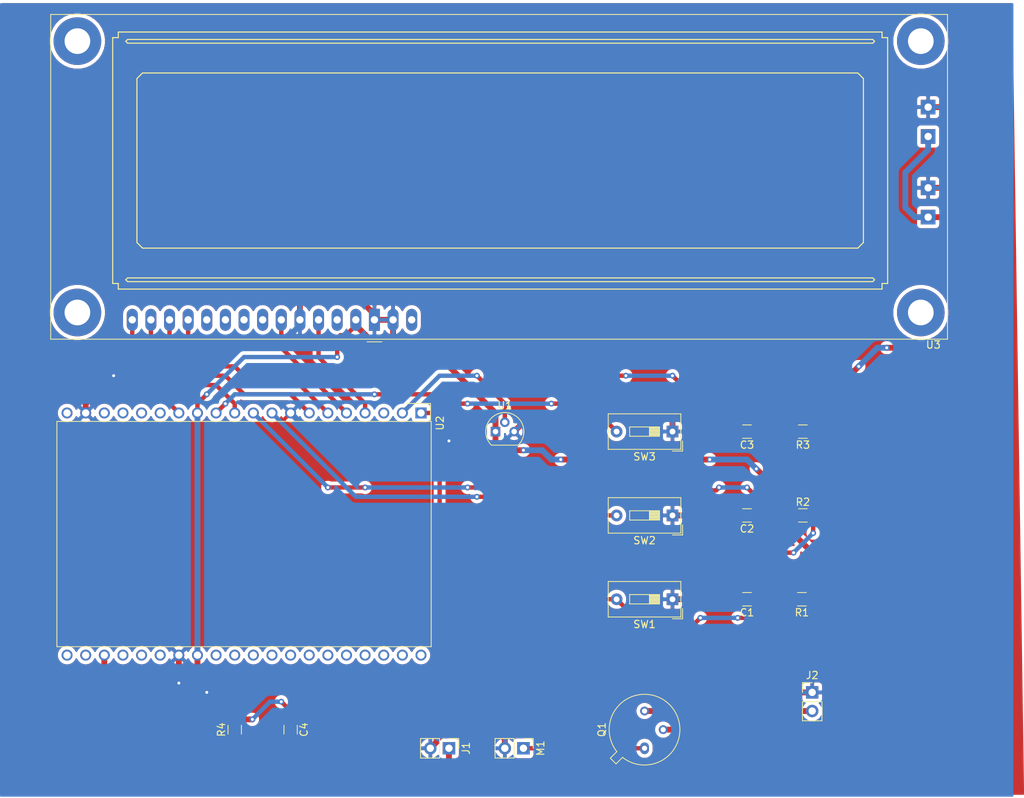
<source format=kicad_pcb>
(kicad_pcb (version 20171130) (host pcbnew "(5.1.10)-1")
  (layers (0 F.Cu signal) (31 B.Cu signal) (34 B.Paste user) (35 F.Paste user) (36 B.SilkS user) (37 F.SilkS user) (38 B.Mask user) (39 F.Mask user) (44 Edge.Cuts user))
  (net 0 "")
  (net 1 +12V)
  (net 2 "Net-(Q1-Pad2)")
  (net 3 "Net-(M1-Pad1)")
  (net 4 +5V)
  (net 5 "Net-(U3-Pad16)")
  (net 6 "Net-(U3-Pad3)")
  (net 7 "Net-(U2-Pad4)")
  (net 8 "Net-(U2-Pad5)")
  (net 9 "Net-(U3-Pad7)")
  (net 10 "Net-(U3-Pad8)")
  (net 11 "Net-(U3-Pad9)")
  (net 12 "Net-(U3-Pad10)")
  (net 13 "Net-(U2-Pad6)")
  (net 14 "Net-(U2-Pad7)")
  (net 15 "Net-(U2-Pad11)")
  (net 16 "Net-(U2-Pad14)")
  (net 17 "Net-(C4-Pad1)")
  (net 18 "Net-(U2-Pad26)")
  (net 19 "Net-(U2-Pad25)")
  (net 20 "Net-(U2-Pad24)")
  (net 21 "Net-(U2-Pad22)")
  (net 22 "Net-(U2-Pad21)")
  (net 23 "Net-(U2-Pad20)")
  (net 24 "Net-(U2-Pad18)")
  (net 25 "Net-(U2-Pad17)")
  (net 26 "Net-(U2-Pad16)")
  (net 27 "Net-(U2-Pad15)")
  (net 28 "Net-(C3-Pad1)")
  (net 29 "Net-(C2-Pad1)")
  (net 30 "Net-(C1-Pad1)")
  (net 31 "Net-(U2-Pad3)")
  (net 32 "Net-(U1-Pad2)")
  (net 33 GND)
  (module Display_7Segment:DE113-XX-XX (layer F.Cu) (at 76.2 68.58 270)
    (fp_text reference U2 (at 1.38 -2.59 90) (layer F.SilkS))
    (fp_text value DSPIC33FJ32MC202-E_SO)
    (fp_line (start -1.3 -1.3) (end 1 -1.3) (layer F.SilkS) (width 0.12))
    (fp_line (start -1.3 -1.3) (end -1.3 2) (layer F.SilkS) (width 0.12))
    (fp_line (start 1.15 -1.39) (end 31.87 -1.39) (layer F.SilkS) (width 0.12))
    (fp_line (start 31.87 -1.39) (end 31.87 49.65) (layer F.SilkS) (width 0.12))
    (fp_line (start 31.87 49.65) (end 1.15 49.65) (layer F.SilkS) (width 0.12))
    (fp_line (start 1.15 49.65) (end 1.15 -1.39) (layer F.SilkS) (width 0.12))
    (pad 40 thru_hole circle (at 33.02 0 270) (size 1.5 1.5) (drill 1) (layers *.Cu *.Mask))
    (pad 39 thru_hole circle (at 33.02 2.54 270) (size 1.5 1.5) (drill 1) (layers *.Cu *.Mask))
    (pad 38 thru_hole circle (at 33.02 5.08 270) (size 1.5 1.5) (drill 1) (layers *.Cu *.Mask))
    (pad 37 thru_hole circle (at 33.02 7.62 270) (size 1.5 1.5) (drill 1) (layers *.Cu *.Mask))
    (pad 36 thru_hole circle (at 33.02 10.16 270) (size 1.5 1.5) (drill 1) (layers *.Cu *.Mask))
    (pad 35 thru_hole circle (at 33.02 12.7 270) (size 1.5 1.5) (drill 1) (layers *.Cu *.Mask))
    (pad 34 thru_hole circle (at 33.02 15.24 270) (size 1.5 1.5) (drill 1) (layers *.Cu *.Mask))
    (pad 33 thru_hole circle (at 33.02 17.78 270) (size 1.5 1.5) (drill 1) (layers *.Cu *.Mask))
    (pad 32 thru_hole circle (at 33.02 20.32 270) (size 1.5 1.5) (drill 1) (layers *.Cu *.Mask))
    (pad 31 thru_hole circle (at 33.02 22.86 270) (size 1.5 1.5) (drill 1) (layers *.Cu *.Mask))
    (pad 30 thru_hole circle (at 33.02 25.4 270) (size 1.5 1.5) (drill 1) (layers *.Cu *.Mask))
    (pad 29 thru_hole circle (at 33.02 27.94 270) (size 1.5 1.5) (drill 1) (layers *.Cu *.Mask))
    (pad 28 thru_hole circle (at 33.02 30.48 270) (size 1.5 1.5) (drill 1) (layers *.Cu *.Mask) (net 4 +5V))
    (pad 27 thru_hole circle (at 33.02 33.02 270) (size 1.5 1.5) (drill 1) (layers *.Cu *.Mask) (net 33 GND))
    (pad 26 thru_hole circle (at 33.02 35.56 270) (size 1.5 1.5) (drill 1) (layers *.Cu *.Mask) (net 18 "Net-(U2-Pad26)"))
    (pad 25 thru_hole circle (at 33.02 38.1 270) (size 1.5 1.5) (drill 1) (layers *.Cu *.Mask) (net 19 "Net-(U2-Pad25)"))
    (pad 24 thru_hole circle (at 33.02 40.64 270) (size 1.5 1.5) (drill 1) (layers *.Cu *.Mask) (net 20 "Net-(U2-Pad24)"))
    (pad 23 thru_hole circle (at 33.02 43.18 270) (size 1.5 1.5) (drill 1) (layers *.Cu *.Mask) (net 2 "Net-(Q1-Pad2)"))
    (pad 22 thru_hole circle (at 33.02 45.72 270) (size 1.5 1.5) (drill 1) (layers *.Cu *.Mask) (net 21 "Net-(U2-Pad22)"))
    (pad 21 thru_hole circle (at 33.02 48.26 270) (size 1.5 1.5) (drill 1) (layers *.Cu *.Mask) (net 22 "Net-(U2-Pad21)"))
    (pad 20 thru_hole circle (at 0 48.26 270) (size 1.5 1.5) (drill 1) (layers *.Cu *.Mask) (net 23 "Net-(U2-Pad20)"))
    (pad 19 thru_hole circle (at 0 45.72 270) (size 1.5 1.5) (drill 1) (layers *.Cu *.Mask) (net 33 GND))
    (pad 18 thru_hole circle (at 0 43.18 270) (size 1.5 1.5) (drill 1) (layers *.Cu *.Mask) (net 24 "Net-(U2-Pad18)"))
    (pad 17 thru_hole circle (at 0 40.64 270) (size 1.5 1.5) (drill 1) (layers *.Cu *.Mask) (net 25 "Net-(U2-Pad17)"))
    (pad 16 thru_hole circle (at 0 38.1 270) (size 1.5 1.5) (drill 1) (layers *.Cu *.Mask) (net 26 "Net-(U2-Pad16)"))
    (pad 15 thru_hole circle (at 0 35.56 270) (size 1.5 1.5) (drill 1) (layers *.Cu *.Mask) (net 27 "Net-(U2-Pad15)"))
    (pad 14 thru_hole circle (at 0 33.02 270) (size 1.5 1.5) (drill 1) (layers *.Cu *.Mask) (net 16 "Net-(U2-Pad14)"))
    (pad 13 thru_hole circle (at 0 30.48 270) (size 1.5 1.5) (drill 1) (layers *.Cu *.Mask) (net 4 +5V))
    (pad 12 thru_hole circle (at 0 27.94 270) (size 1.5 1.5) (drill 1) (layers *.Cu *.Mask) (net 28 "Net-(C3-Pad1)"))
    (pad 11 thru_hole circle (at 0 25.4 270) (size 1.5 1.5) (drill 1) (layers *.Cu *.Mask) (net 15 "Net-(U2-Pad11)"))
    (pad 10 thru_hole circle (at 0 22.86 270) (size 1.5 1.5) (drill 1) (layers *.Cu *.Mask) (net 29 "Net-(C2-Pad1)"))
    (pad 9 thru_hole circle (at 0 20.32 270) (size 1.5 1.5) (drill 1) (layers *.Cu *.Mask) (net 30 "Net-(C1-Pad1)"))
    (pad 8 thru_hole circle (at 0 17.78 270) (size 1.5 1.5) (drill 1) (layers *.Cu *.Mask) (net 33 GND))
    (pad 7 thru_hole circle (at 0 15.24 270) (size 1.5 1.5) (drill 1) (layers *.Cu *.Mask) (net 14 "Net-(U2-Pad7)"))
    (pad 6 thru_hole circle (at 0 12.7 270) (size 1.5 1.5) (drill 1) (layers *.Cu *.Mask) (net 13 "Net-(U2-Pad6)"))
    (pad 5 thru_hole circle (at 0 10.16 270) (size 1.5 1.5) (drill 1) (layers *.Cu *.Mask) (net 8 "Net-(U2-Pad5)"))
    (pad 4 thru_hole circle (at 0 7.62 270) (size 1.5 1.5) (drill 1) (layers *.Cu *.Mask) (net 7 "Net-(U2-Pad4)"))
    (pad 3 thru_hole circle (at 0 5.08 270) (size 1.5 1.5) (drill 1) (layers *.Cu *.Mask) (net 31 "Net-(U2-Pad3)"))
    (pad 2 thru_hole circle (at 0 2.54 270) (size 1.5 1.5) (drill 1) (layers *.Cu *.Mask) (net 32 "Net-(U1-Pad2)"))
    (pad 1 thru_hole rect (at 0 0 270) (size 1.5 1.524) (drill 1) (layers *.Cu *.Mask) (net 17 "Net-(C4-Pad1)"))
  )
  (module Connector_PinHeader_2.54mm:PinHeader_1x02_P2.54mm_Vertical (layer F.Cu) (at 80.01 114.3 270)
    (fp_text reference J1 (at 0 -2.33 90) (layer F.SilkS))
    (fp_text value Conn_01x02_Male)
    (fp_line (start -1.33 3.87) (end 1.33 3.87) (layer F.SilkS) (width 0.12))
    (fp_line (start -1.33 1.27) (end -1.33 3.87) (layer F.SilkS) (width 0.12))
    (fp_line (start 1.33 1.27) (end 1.33 3.87) (layer F.SilkS) (width 0.12))
    (fp_line (start -1.33 1.27) (end 1.33 1.27) (layer F.SilkS) (width 0.12))
    (fp_line (start -1.33 0) (end -1.33 -1.33) (layer F.SilkS) (width 0.12))
    (fp_line (start -1.33 -1.33) (end 0 -1.33) (layer F.SilkS) (width 0.12))
    (pad 2 thru_hole oval (at 0 2.54 270) (size 1.7 1.7) (drill 1) (layers *.Cu *.Mask) (net 33 GND))
    (pad 1 thru_hole rect (at 0 0 270) (size 1.7 1.7) (drill 1) (layers *.Cu *.Mask) (net 4 +5V))
  )
  (module Connector_PinHeader_2.54mm:PinHeader_1x02_P2.54mm_Vertical (layer F.Cu) (at 90.17 114.3 270)
    (fp_text reference M1 (at 0 -2.33 90) (layer F.SilkS))
    (fp_text value Motor_DC)
    (fp_line (start -1.33 3.87) (end 1.33 3.87) (layer F.SilkS) (width 0.12))
    (fp_line (start -1.33 1.27) (end -1.33 3.87) (layer F.SilkS) (width 0.12))
    (fp_line (start 1.33 1.27) (end 1.33 3.87) (layer F.SilkS) (width 0.12))
    (fp_line (start -1.33 1.27) (end 1.33 1.27) (layer F.SilkS) (width 0.12))
    (fp_line (start -1.33 0) (end -1.33 -1.33) (layer F.SilkS) (width 0.12))
    (fp_line (start -1.33 -1.33) (end 0 -1.33) (layer F.SilkS) (width 0.12))
    (pad 2 thru_hole oval (at 0 2.54 270) (size 1.7 1.7) (drill 1) (layers *.Cu *.Mask) (net 33 GND))
    (pad 1 thru_hole rect (at 0 0 270) (size 1.7 1.7) (drill 1) (layers *.Cu *.Mask) (net 3 "Net-(M1-Pad1)"))
  )
  (module Package_TO_SOT_THT:TO-39-3 (layer F.Cu) (at 106.68 114.3 90)
    (fp_text reference Q1 (at 2.54 -5.82 90) (layer F.SilkS))
    (fp_text value 2N2219)
    (fp_line (start -0.457084 -3.774902) (end -1.348039 -4.665856) (layer F.SilkS) (width 0.12))
    (fp_line (start -1.348039 -4.665856) (end -2.125856 -3.888039) (layer F.SilkS) (width 0.12))
    (fp_line (start -2.125856 -3.888039) (end -1.234902 -2.997084) (layer F.SilkS) (width 0.12))
    (fp_arc (start 2.54 0) (end -0.457084 -3.774902) (angle 346.9) (layer F.SilkS) (width 0.12))
    (pad 3 thru_hole oval (at 5.08 0 90) (size 1.2 1.2) (drill 0.7) (layers *.Cu *.Mask) (net 1 +12V))
    (pad 2 thru_hole oval (at 2.54 2.54 90) (size 1.2 1.2) (drill 0.7) (layers *.Cu *.Mask) (net 2 "Net-(Q1-Pad2)"))
    (pad 1 thru_hole oval (at 0 0 90) (size 1.6 1.2) (drill 0.7) (layers *.Cu *.Mask) (net 3 "Net-(M1-Pad1)"))
  )
  (module Display:LCD-016N002L (layer F.Cu) (at 69.85 55.88 180)
    (fp_text reference U3 (at -76.21 -3.41 180) (layer F.SilkS))
    (fp_text value LCD-016N002L)
    (fp_line (start -78.14 41.64) (end 44.14 41.64) (layer F.SilkS) (width 0.12))
    (fp_line (start 44.14 -2.64) (end 44.14 41.64) (layer F.SilkS) (width 0.12))
    (fp_line (start -1 -3) (end 1 -3) (layer F.SilkS) (width 0.12))
    (fp_line (start 44.14 -2.64) (end -78.14 -2.64) (layer F.SilkS) (width 0.12))
    (fp_line (start -78.14 -2.64) (end -78.14 41.64) (layer F.SilkS) (width 0.12))
    (fp_line (start 33.655 5.207) (end -67.945 5.207) (layer F.SilkS) (width 0.15))
    (fp_line (start -67.945 5.207) (end -68.199 5.461) (layer F.SilkS) (width 0.15))
    (fp_line (start -68.199 5.461) (end -67.945 5.715) (layer F.SilkS) (width 0.15))
    (fp_line (start -67.945 5.715) (end 33.655 5.715) (layer F.SilkS) (width 0.15))
    (fp_line (start 33.655 5.207) (end 33.909 5.461) (layer F.SilkS) (width 0.15))
    (fp_line (start 33.909 5.461) (end 33.655 5.715) (layer F.SilkS) (width 0.15))
    (fp_line (start 33.655 38.227) (end 33.909 37.973) (layer F.SilkS) (width 0.15))
    (fp_line (start 33.909 37.973) (end 33.655 37.719) (layer F.SilkS) (width 0.15))
    (fp_line (start 33.655 37.719) (end -67.945 37.719) (layer F.SilkS) (width 0.15))
    (fp_line (start -67.945 37.719) (end -68.199 37.973) (layer F.SilkS) (width 0.15))
    (fp_line (start -68.199 37.973) (end -67.945 38.227) (layer F.SilkS) (width 0.15))
    (fp_line (start -67.945 38.227) (end 33.655 38.227) (layer F.SilkS) (width 0.15))
    (fp_line (start 32.385 10.541) (end 32.385 32.893) (layer F.SilkS) (width 0.15))
    (fp_line (start -65.913 9.779) (end 31.623 9.779) (layer F.SilkS) (width 0.15))
    (fp_line (start -66.675 32.893) (end -66.675 10.541) (layer F.SilkS) (width 0.15))
    (fp_line (start 31.623 33.655) (end -65.913 33.655) (layer F.SilkS) (width 0.15))
    (fp_line (start 31.623 9.779) (end 32.385 10.541) (layer F.SilkS) (width 0.15))
    (fp_line (start -66.675 10.541) (end -65.913 9.779) (layer F.SilkS) (width 0.15))
    (fp_line (start -65.913 33.655) (end -66.675 32.893) (layer F.SilkS) (width 0.15))
    (fp_line (start 32.385 32.893) (end 31.623 33.655) (layer F.SilkS) (width 0.15))
    (fp_line (start -69.977 4.953) (end -69.977 38.481) (layer F.SilkS) (width 0.15))
    (fp_line (start 34.925 4.191) (end -69.215 4.191) (layer F.SilkS) (width 0.15))
    (fp_line (start 35.687 38.481) (end 35.687 4.953) (layer F.SilkS) (width 0.15))
    (fp_line (start -69.215 39.243) (end 34.925 39.243) (layer F.SilkS) (width 0.15))
    (fp_line (start 34.925 4.191) (end 34.925 4.953) (layer F.SilkS) (width 0.15))
    (fp_line (start 34.925 4.953) (end 35.687 4.953) (layer F.SilkS) (width 0.15))
    (fp_line (start -69.215 4.191) (end -69.215 4.953) (layer F.SilkS) (width 0.15))
    (fp_line (start -69.215 4.953) (end -69.977 4.953) (layer F.SilkS) (width 0.15))
    (fp_line (start -69.215 39.243) (end -69.215 38.481) (layer F.SilkS) (width 0.15))
    (fp_line (start -69.215 38.481) (end -69.977 38.481) (layer F.SilkS) (width 0.15))
    (fp_line (start 35.687 38.481) (end 34.925 38.481) (layer F.SilkS) (width 0.15))
    (fp_line (start 34.925 38.481) (end 34.925 39.243) (layer F.SilkS) (width 0.15))
    (pad K2 thru_hole rect (at -75.5 29) (size 2 2) (drill 1) (layers *.Cu *.Mask) (net 33 GND))
    (pad A2 thru_hole rect (at -75.5 25) (size 2 2) (drill 1) (layers *.Cu *.Mask) (net 4 +5V))
    (pad K1 thru_hole rect (at -75.5 18) (size 2 2) (drill 1) (layers *.Cu *.Mask) (net 33 GND))
    (pad A1 thru_hole rect (at -75.5 14) (size 2 2) (drill 1) (layers *.Cu *.Mask) (net 4 +5V))
    (pad "" thru_hole circle (at 40.5 38) (size 6.5 6.5) (drill 3.5) (layers *.Cu *.Mask))
    (pad "" thru_hole circle (at 40.5 1) (size 6.5 6.5) (drill 3.5) (layers *.Cu *.Mask))
    (pad "" thru_hole circle (at -74.5 38) (size 6.5 6.5) (drill 3.5) (layers *.Cu *.Mask))
    (pad "" thru_hole circle (at -74.5 1) (size 6.5 6.5) (drill 3.5) (layers *.Cu *.Mask))
    (pad 16 thru_hole oval (at -5.08 0) (size 1.5 3) (drill 1) (layers *.Cu *.Mask) (net 5 "Net-(U3-Pad16)"))
    (pad 15 thru_hole oval (at -2.54 0) (size 1.5 3) (drill 1) (layers *.Cu *.Mask) (net 33 GND))
    (pad 1 thru_hole rect (at 0 0) (size 1.5 3) (drill 1) (layers *.Cu *.Mask) (net 33 GND))
    (pad 2 thru_hole oval (at 2.54 0) (size 1.5 3) (drill 1) (layers *.Cu *.Mask) (net 4 +5V))
    (pad 3 thru_hole oval (at 5.08 0) (size 1.5 3) (drill 1) (layers *.Cu *.Mask) (net 6 "Net-(U3-Pad3)"))
    (pad 4 thru_hole oval (at 7.62 0) (size 1.5 3) (drill 1) (layers *.Cu *.Mask) (net 7 "Net-(U2-Pad4)"))
    (pad 5 thru_hole oval (at 10.16 0) (size 1.5 3) (drill 1) (layers *.Cu *.Mask) (net 33 GND))
    (pad 6 thru_hole oval (at 12.7 0) (size 1.5 3) (drill 1) (layers *.Cu *.Mask) (net 8 "Net-(U2-Pad5)"))
    (pad 7 thru_hole oval (at 15.24 0) (size 1.5 3) (drill 1) (layers *.Cu *.Mask) (net 9 "Net-(U3-Pad7)"))
    (pad 8 thru_hole oval (at 17.78 0) (size 1.5 3) (drill 1) (layers *.Cu *.Mask) (net 10 "Net-(U3-Pad8)"))
    (pad 9 thru_hole oval (at 20.32 0) (size 1.5 3) (drill 1) (layers *.Cu *.Mask) (net 11 "Net-(U3-Pad9)"))
    (pad 10 thru_hole oval (at 22.86 0) (size 1.5 3) (drill 1) (layers *.Cu *.Mask) (net 12 "Net-(U3-Pad10)"))
    (pad 11 thru_hole oval (at 25.4 0) (size 1.5 3) (drill 1) (layers *.Cu *.Mask) (net 13 "Net-(U2-Pad6)"))
    (pad 12 thru_hole oval (at 27.94 0) (size 1.5 3) (drill 1) (layers *.Cu *.Mask) (net 14 "Net-(U2-Pad7)"))
    (pad 13 thru_hole oval (at 30.48 0) (size 1.5 3) (drill 1) (layers *.Cu *.Mask) (net 15 "Net-(U2-Pad11)"))
    (pad 14 thru_hole oval (at 33.02 0) (size 1.5 3) (drill 1) (layers *.Cu *.Mask) (net 16 "Net-(U2-Pad14)"))
  )
  (module Button_Switch_THT:SW_DIP_SPSTx01_Slide_9.78x4.72mm_W7.62mm_P2.54mm (layer F.Cu) (at 110.49 71.12 180)
    (fp_text reference SW3 (at 3.81 -3.42) (layer F.SilkS))
    (fp_text value SW_DPST_x2)
    (fp_line (start -1.14 -2.42) (end 8.76 -2.42) (layer F.SilkS) (width 0.12))
    (fp_line (start -1.14 2.42) (end 8.76 2.42) (layer F.SilkS) (width 0.12))
    (fp_line (start -1.14 -2.42) (end -1.14 2.42) (layer F.SilkS) (width 0.12))
    (fp_line (start 8.76 -2.42) (end 8.76 2.42) (layer F.SilkS) (width 0.12))
    (fp_line (start -1.38 -2.66) (end 0.004 -2.66) (layer F.SilkS) (width 0.12))
    (fp_line (start -1.38 -2.66) (end -1.38 -1.277) (layer F.SilkS) (width 0.12))
    (fp_line (start 1.78 -0.635) (end 1.78 0.635) (layer F.SilkS) (width 0.12))
    (fp_line (start 1.78 0.635) (end 5.84 0.635) (layer F.SilkS) (width 0.12))
    (fp_line (start 5.84 0.635) (end 5.84 -0.635) (layer F.SilkS) (width 0.12))
    (fp_line (start 5.84 -0.635) (end 1.78 -0.635) (layer F.SilkS) (width 0.12))
    (fp_line (start 1.78 -0.515) (end 3.133333 -0.515) (layer F.SilkS) (width 0.12))
    (fp_line (start 1.78 -0.395) (end 3.133333 -0.395) (layer F.SilkS) (width 0.12))
    (fp_line (start 1.78 -0.275) (end 3.133333 -0.275) (layer F.SilkS) (width 0.12))
    (fp_line (start 1.78 -0.155) (end 3.133333 -0.155) (layer F.SilkS) (width 0.12))
    (fp_line (start 1.78 -0.035) (end 3.133333 -0.035) (layer F.SilkS) (width 0.12))
    (fp_line (start 1.78 0.085) (end 3.133333 0.085) (layer F.SilkS) (width 0.12))
    (fp_line (start 1.78 0.205) (end 3.133333 0.205) (layer F.SilkS) (width 0.12))
    (fp_line (start 1.78 0.325) (end 3.133333 0.325) (layer F.SilkS) (width 0.12))
    (fp_line (start 1.78 0.445) (end 3.133333 0.445) (layer F.SilkS) (width 0.12))
    (fp_line (start 1.78 0.565) (end 3.133333 0.565) (layer F.SilkS) (width 0.12))
    (fp_line (start 3.133333 -0.635) (end 3.133333 0.635) (layer F.SilkS) (width 0.12))
    (pad 2 thru_hole oval (at 7.62 0 180) (size 1.6 1.6) (drill 0.8) (layers *.Cu *.Mask) (net 28 "Net-(C3-Pad1)"))
    (pad 1 thru_hole rect (at 0 0 180) (size 1.6 1.6) (drill 0.8) (layers *.Cu *.Mask) (net 33 GND))
  )
  (module Button_Switch_THT:SW_DIP_SPSTx01_Slide_9.78x4.72mm_W7.62mm_P2.54mm (layer F.Cu) (at 110.49 82.55 180)
    (fp_text reference SW2 (at 3.81 -3.42) (layer F.SilkS))
    (fp_text value SW_DPST_x2)
    (fp_line (start -1.14 -2.42) (end 8.76 -2.42) (layer F.SilkS) (width 0.12))
    (fp_line (start -1.14 2.42) (end 8.76 2.42) (layer F.SilkS) (width 0.12))
    (fp_line (start -1.14 -2.42) (end -1.14 2.42) (layer F.SilkS) (width 0.12))
    (fp_line (start 8.76 -2.42) (end 8.76 2.42) (layer F.SilkS) (width 0.12))
    (fp_line (start -1.38 -2.66) (end 0.004 -2.66) (layer F.SilkS) (width 0.12))
    (fp_line (start -1.38 -2.66) (end -1.38 -1.277) (layer F.SilkS) (width 0.12))
    (fp_line (start 1.78 -0.635) (end 1.78 0.635) (layer F.SilkS) (width 0.12))
    (fp_line (start 1.78 0.635) (end 5.84 0.635) (layer F.SilkS) (width 0.12))
    (fp_line (start 5.84 0.635) (end 5.84 -0.635) (layer F.SilkS) (width 0.12))
    (fp_line (start 5.84 -0.635) (end 1.78 -0.635) (layer F.SilkS) (width 0.12))
    (fp_line (start 1.78 -0.515) (end 3.133333 -0.515) (layer F.SilkS) (width 0.12))
    (fp_line (start 1.78 -0.395) (end 3.133333 -0.395) (layer F.SilkS) (width 0.12))
    (fp_line (start 1.78 -0.275) (end 3.133333 -0.275) (layer F.SilkS) (width 0.12))
    (fp_line (start 1.78 -0.155) (end 3.133333 -0.155) (layer F.SilkS) (width 0.12))
    (fp_line (start 1.78 -0.035) (end 3.133333 -0.035) (layer F.SilkS) (width 0.12))
    (fp_line (start 1.78 0.085) (end 3.133333 0.085) (layer F.SilkS) (width 0.12))
    (fp_line (start 1.78 0.205) (end 3.133333 0.205) (layer F.SilkS) (width 0.12))
    (fp_line (start 1.78 0.325) (end 3.133333 0.325) (layer F.SilkS) (width 0.12))
    (fp_line (start 1.78 0.445) (end 3.133333 0.445) (layer F.SilkS) (width 0.12))
    (fp_line (start 1.78 0.565) (end 3.133333 0.565) (layer F.SilkS) (width 0.12))
    (fp_line (start 3.133333 -0.635) (end 3.133333 0.635) (layer F.SilkS) (width 0.12))
    (pad 2 thru_hole oval (at 7.62 0 180) (size 1.6 1.6) (drill 0.8) (layers *.Cu *.Mask) (net 29 "Net-(C2-Pad1)"))
    (pad 1 thru_hole rect (at 0 0 180) (size 1.6 1.6) (drill 0.8) (layers *.Cu *.Mask) (net 33 GND))
  )
  (module Button_Switch_THT:SW_DIP_SPSTx01_Slide_9.78x4.72mm_W7.62mm_P2.54mm (layer F.Cu) (at 110.49 93.98 180)
    (fp_text reference SW1 (at 3.81 -3.42) (layer F.SilkS))
    (fp_text value SW_DPST_x2)
    (fp_line (start -1.14 -2.42) (end 8.76 -2.42) (layer F.SilkS) (width 0.12))
    (fp_line (start -1.14 2.42) (end 8.76 2.42) (layer F.SilkS) (width 0.12))
    (fp_line (start -1.14 -2.42) (end -1.14 2.42) (layer F.SilkS) (width 0.12))
    (fp_line (start 8.76 -2.42) (end 8.76 2.42) (layer F.SilkS) (width 0.12))
    (fp_line (start -1.38 -2.66) (end 0.004 -2.66) (layer F.SilkS) (width 0.12))
    (fp_line (start -1.38 -2.66) (end -1.38 -1.277) (layer F.SilkS) (width 0.12))
    (fp_line (start 1.78 -0.635) (end 1.78 0.635) (layer F.SilkS) (width 0.12))
    (fp_line (start 1.78 0.635) (end 5.84 0.635) (layer F.SilkS) (width 0.12))
    (fp_line (start 5.84 0.635) (end 5.84 -0.635) (layer F.SilkS) (width 0.12))
    (fp_line (start 5.84 -0.635) (end 1.78 -0.635) (layer F.SilkS) (width 0.12))
    (fp_line (start 1.78 -0.515) (end 3.133333 -0.515) (layer F.SilkS) (width 0.12))
    (fp_line (start 1.78 -0.395) (end 3.133333 -0.395) (layer F.SilkS) (width 0.12))
    (fp_line (start 1.78 -0.275) (end 3.133333 -0.275) (layer F.SilkS) (width 0.12))
    (fp_line (start 1.78 -0.155) (end 3.133333 -0.155) (layer F.SilkS) (width 0.12))
    (fp_line (start 1.78 -0.035) (end 3.133333 -0.035) (layer F.SilkS) (width 0.12))
    (fp_line (start 1.78 0.085) (end 3.133333 0.085) (layer F.SilkS) (width 0.12))
    (fp_line (start 1.78 0.205) (end 3.133333 0.205) (layer F.SilkS) (width 0.12))
    (fp_line (start 1.78 0.325) (end 3.133333 0.325) (layer F.SilkS) (width 0.12))
    (fp_line (start 1.78 0.445) (end 3.133333 0.445) (layer F.SilkS) (width 0.12))
    (fp_line (start 1.78 0.565) (end 3.133333 0.565) (layer F.SilkS) (width 0.12))
    (fp_line (start 3.133333 -0.635) (end 3.133333 0.635) (layer F.SilkS) (width 0.12))
    (pad 2 thru_hole oval (at 7.62 0 180) (size 1.6 1.6) (drill 0.8) (layers *.Cu *.Mask) (net 30 "Net-(C1-Pad1)"))
    (pad 1 thru_hole rect (at 0 0 180) (size 1.6 1.6) (drill 0.8) (layers *.Cu *.Mask) (net 33 GND))
  )
  (module Package_TO_SOT_THT:TO-92 (layer F.Cu) (at 86.36 71.12)
    (fp_text reference U1 (at 1.27 -3.56) (layer F.SilkS))
    (fp_text value LM35-LP)
    (fp_line (start -0.53 1.85) (end 3.07 1.85) (layer F.SilkS) (width 0.12))
    (fp_arc (start 1.27 0) (end 1.27 -2.6) (angle 135) (layer F.SilkS) (width 0.12))
    (fp_arc (start 1.27 0) (end 1.27 -2.6) (angle -135) (layer F.SilkS) (width 0.12))
    (pad 1 thru_hole rect (at 0 0 90) (size 1.3 1.3) (drill 0.75) (layers *.Cu *.Mask) (net 4 +5V))
    (pad 3 thru_hole circle (at 2.54 0 90) (size 1.3 1.3) (drill 0.75) (layers *.Cu *.Mask) (net 33 GND))
    (pad 2 thru_hole circle (at 1.27 -1.27 90) (size 1.3 1.3) (drill 0.75) (layers *.Cu *.Mask) (net 32 "Net-(U1-Pad2)"))
  )
  (module Resistor_SMD:R_1206_3216Metric (layer F.Cu) (at 50.8 111.76 90)
    (fp_text reference R4 (at 0 -1.82 90) (layer F.SilkS))
    (fp_text value 10k)
    (fp_line (start -0.602064 -0.91) (end 0.602064 -0.91) (layer F.SilkS) (width 0.12))
    (fp_line (start -0.602064 0.91) (end 0.602064 0.91) (layer F.SilkS) (width 0.12))
    (pad 2 smd roundrect (at 1.4 0 90) (size 1.25 1.75) (layers F.Cu F.Paste F.Mask) (roundrect_rratio 0.2) (net 17 "Net-(C4-Pad1)"))
    (pad 1 smd roundrect (at -1.4 0 90) (size 1.25 1.75) (layers F.Cu F.Paste F.Mask) (roundrect_rratio 0.2) (net 4 +5V))
  )
  (module Resistor_SMD:R_1206_3216Metric (layer F.Cu) (at 128.27 71.12 180)
    (fp_text reference R3 (at 0 -1.82) (layer F.SilkS))
    (fp_text value 1k)
    (fp_line (start -0.602064 -0.91) (end 0.602064 -0.91) (layer F.SilkS) (width 0.12))
    (fp_line (start -0.602064 0.91) (end 0.602064 0.91) (layer F.SilkS) (width 0.12))
    (pad 2 smd roundrect (at 1.4 0 180) (size 1.25 1.75) (layers F.Cu F.Paste F.Mask) (roundrect_rratio 0.2) (net 28 "Net-(C3-Pad1)"))
    (pad 1 smd roundrect (at -1.4 0 180) (size 1.25 1.75) (layers F.Cu F.Paste F.Mask) (roundrect_rratio 0.2) (net 4 +5V))
  )
  (module Resistor_SMD:R_1206_3216Metric (layer F.Cu) (at 128.27 82.55)
    (fp_text reference R2 (at 0 -1.82) (layer F.SilkS))
    (fp_text value 1k)
    (fp_line (start -0.602064 -0.91) (end 0.602064 -0.91) (layer F.SilkS) (width 0.12))
    (fp_line (start -0.602064 0.91) (end 0.602064 0.91) (layer F.SilkS) (width 0.12))
    (pad 2 smd roundrect (at 1.4 0) (size 1.25 1.75) (layers F.Cu F.Paste F.Mask) (roundrect_rratio 0.2) (net 29 "Net-(C2-Pad1)"))
    (pad 1 smd roundrect (at -1.4 0) (size 1.25 1.75) (layers F.Cu F.Paste F.Mask) (roundrect_rratio 0.2) (net 4 +5V))
  )
  (module Resistor_SMD:R_1206_3216Metric (layer F.Cu) (at 128.14 93.98 180)
    (fp_text reference R1 (at 0 -1.82) (layer F.SilkS))
    (fp_text value 1k)
    (fp_line (start -0.602064 -0.91) (end 0.602064 -0.91) (layer F.SilkS) (width 0.12))
    (fp_line (start -0.602064 0.91) (end 0.602064 0.91) (layer F.SilkS) (width 0.12))
    (pad 2 smd roundrect (at 1.4 0 180) (size 1.25 1.75) (layers F.Cu F.Paste F.Mask) (roundrect_rratio 0.2) (net 30 "Net-(C1-Pad1)"))
    (pad 1 smd roundrect (at -1.4 0 180) (size 1.25 1.75) (layers F.Cu F.Paste F.Mask) (roundrect_rratio 0.2) (net 4 +5V))
  )
  (module Capacitor_SMD:C_1206_3216Metric (layer F.Cu) (at 58.42 111.76 270)
    (fp_text reference C4 (at 0 -1.82 90) (layer F.SilkS))
    (fp_text value 0.1uF)
    (fp_line (start -0.602064 -0.91) (end 0.602064 -0.91) (layer F.SilkS) (width 0.12))
    (fp_line (start -0.602064 0.91) (end 0.602064 0.91) (layer F.SilkS) (width 0.12))
    (pad 2 smd roundrect (at 1.4 0 270) (size 1.25 1.75) (layers F.Cu F.Paste F.Mask) (roundrect_rratio 0.2) (net 33 GND))
    (pad 1 smd roundrect (at -1.4 0 270) (size 1.25 1.75) (layers F.Cu F.Paste F.Mask) (roundrect_rratio 0.2) (net 17 "Net-(C4-Pad1)"))
  )
  (module Capacitor_SMD:C_1206_3216Metric (layer F.Cu) (at 120.65 71.12 180)
    (fp_text reference C3 (at 0 -1.82) (layer F.SilkS))
    (fp_text value 1nF)
    (fp_line (start -0.602064 -0.91) (end 0.602064 -0.91) (layer F.SilkS) (width 0.12))
    (fp_line (start -0.602064 0.91) (end 0.602064 0.91) (layer F.SilkS) (width 0.12))
    (pad 2 smd roundrect (at 1.4 0 180) (size 1.25 1.75) (layers F.Cu F.Paste F.Mask) (roundrect_rratio 0.2) (net 33 GND))
    (pad 1 smd roundrect (at -1.4 0 180) (size 1.25 1.75) (layers F.Cu F.Paste F.Mask) (roundrect_rratio 0.2) (net 28 "Net-(C3-Pad1)"))
  )
  (module Capacitor_SMD:C_1206_3216Metric (layer F.Cu) (at 120.65 82.55 180)
    (fp_text reference C2 (at 0 -1.82) (layer F.SilkS))
    (fp_text value 1nF)
    (fp_line (start -0.602064 -0.91) (end 0.602064 -0.91) (layer F.SilkS) (width 0.12))
    (fp_line (start -0.602064 0.91) (end 0.602064 0.91) (layer F.SilkS) (width 0.12))
    (pad 2 smd roundrect (at 1.4 0 180) (size 1.25 1.75) (layers F.Cu F.Paste F.Mask) (roundrect_rratio 0.2) (net 33 GND))
    (pad 1 smd roundrect (at -1.4 0 180) (size 1.25 1.75) (layers F.Cu F.Paste F.Mask) (roundrect_rratio 0.2) (net 29 "Net-(C2-Pad1)"))
  )
  (module Capacitor_SMD:C_1206_3216Metric (layer F.Cu) (at 120.65 93.98 180)
    (fp_text reference C1 (at 0 -1.82) (layer F.SilkS))
    (fp_text value 1nF)
    (fp_line (start -0.602064 -0.91) (end 0.602064 -0.91) (layer F.SilkS) (width 0.12))
    (fp_line (start -0.602064 0.91) (end 0.602064 0.91) (layer F.SilkS) (width 0.12))
    (pad 2 smd roundrect (at 1.4 0 180) (size 1.25 1.75) (layers F.Cu F.Paste F.Mask) (roundrect_rratio 0.2) (net 33 GND))
    (pad 1 smd roundrect (at -1.4 0 180) (size 1.25 1.75) (layers F.Cu F.Paste F.Mask) (roundrect_rratio 0.2) (net 30 "Net-(C1-Pad1)"))
  )
  (module Connector_PinHeader_2.54mm:PinHeader_1x02_P2.54mm_Vertical (layer F.Cu) (at 129.54 106.68)
    (fp_text reference J2 (at 0 -2.33) (layer F.SilkS))
    (fp_text value Conn_01x02_Male)
    (fp_line (start -1.33 -1.33) (end 0 -1.33) (layer F.SilkS) (width 0.12))
    (fp_line (start -1.33 0) (end -1.33 -1.33) (layer F.SilkS) (width 0.12))
    (fp_line (start -1.33 1.27) (end 1.33 1.27) (layer F.SilkS) (width 0.12))
    (fp_line (start 1.33 1.27) (end 1.33 3.87) (layer F.SilkS) (width 0.12))
    (fp_line (start -1.33 1.27) (end -1.33 3.87) (layer F.SilkS) (width 0.12))
    (fp_line (start -1.33 3.87) (end 1.33 3.87) (layer F.SilkS) (width 0.12))
    (pad 1 thru_hole rect (at 0 0) (size 1.7 1.7) (drill 1) (layers *.Cu *.Mask) (net 33 GND))
    (pad 2 thru_hole oval (at 0 2.54) (size 1.7 1.7) (drill 1) (layers *.Cu *.Mask) (net 1 +12V))
  )
  (gr_text RESET (at 106.68 88.9) (layer F.Cu) (effects (font (size 1.5 1.5) (thickness 0.3))))
  (gr_text MAX (at 106.68 77.47) (layer F.Cu) (effects (font (size 1.5 1.5) (thickness 0.3))))
  (gr_text MIN (at 106.68 66.04) (layer F.Cu) (effects (font (size 1.5 1.5) (thickness 0.3))))
  (segment (start 106.68 109.22) (end 129.54 109.22) (width 0.8) (layer F.Cu) (net 1))
  (segment (start 33.02 113.03) (end 33.02 101.6) (width 0.8) (layer F.Cu) (net 2))
  (segment (start 111.76 111.76) (end 113.03 113.03) (width 0.8) (layer F.Cu) (net 2))
  (segment (start 109.22 111.76) (end 111.76 111.76) (width 0.8) (layer F.Cu) (net 2))
  (segment (start 113.03 113.03) (end 113.03 115.57) (width 0.8) (layer F.Cu) (net 2))
  (segment (start 113.03 115.57) (end 110.49 118.11) (width 0.8) (layer F.Cu) (net 2))
  (segment (start 110.49 118.11) (end 38.1 118.11) (width 0.8) (layer F.Cu) (net 2))
  (segment (start 38.1 118.11) (end 33.02 113.03) (width 0.8) (layer F.Cu) (net 2))
  (segment (start 106.68 114.3) (end 106.68 114.1) (width 0.8) (layer F.Cu) (net 3))
  (segment (start 90.17 114.3) (end 106.68 114.3) (width 0.6) (layer F.Cu) (net 3))
  (segment (start 86.36 68.58) (end 86.36 71.12) (width 0.8) (layer F.Cu) (net 4))
  (segment (start 80.01 62.23) (end 86.36 68.58) (width 0.8) (layer F.Cu) (net 4))
  (segment (start 72.91 62.23) (end 80.01 62.23) (width 0.8) (layer F.Cu) (net 4))
  (segment (start 67.31 56.63) (end 72.91 62.23) (width 0.8) (layer F.Cu) (net 4))
  (segment (start 45.72 68.58) (end 45.72 67.31) (width 0.6) (layer F.Cu) (net 4))
  (via (at 46.99 66.04) (size 0.8) (drill 0.4) (layers F.Cu B.Cu) (net 4))
  (segment (start 45.72 67.31) (end 46.99 66.04) (width 0.6) (layer F.Cu) (net 4))
  (segment (start 46.99 66.04) (end 52.07 60.96) (width 0.6) (layer B.Cu) (net 4))
  (via (at 64.77 60.96) (size 0.8) (drill 0.4) (layers F.Cu B.Cu) (net 4))
  (segment (start 52.07 60.96) (end 64.77 60.96) (width 0.6) (layer B.Cu) (net 4))
  (segment (start 67.31 56.63) (end 67.31 55.88) (width 0.6) (layer F.Cu) (net 4))
  (segment (start 65.96 57.98) (end 67.31 56.63) (width 0.6) (layer F.Cu) (net 4))
  (segment (start 65.21 57.98) (end 65.96 57.98) (width 0.6) (layer F.Cu) (net 4))
  (segment (start 64.77 58.42) (end 65.21 57.98) (width 0.6) (layer F.Cu) (net 4))
  (segment (start 64.77 60.96) (end 64.77 58.42) (width 0.6) (layer F.Cu) (net 4))
  (segment (start 126.87 84.96) (end 126.87 82.55) (width 0.8) (layer F.Cu) (net 4))
  (segment (start 129.54 93.98) (end 129.54 87.63) (width 0.8) (layer F.Cu) (net 4))
  (segment (start 129.54 87.63) (end 126.87 84.96) (width 0.8) (layer F.Cu) (net 4))
  (segment (start 126.87 82.55) (end 126.87 77.6) (width 0.8) (layer F.Cu) (net 4))
  (segment (start 129.67 74.8) (end 129.67 71.12) (width 0.8) (layer F.Cu) (net 4))
  (segment (start 129.67 71.12) (end 129.67 68.45) (width 0.8) (layer F.Cu) (net 4))
  (via (at 135.89 62.23) (size 0.8) (drill 0.4) (layers F.Cu B.Cu) (net 4))
  (segment (start 129.67 68.45) (end 135.89 62.23) (width 0.8) (layer F.Cu) (net 4))
  (segment (start 135.89 62.23) (end 138.43 59.69) (width 0.8) (layer B.Cu) (net 4))
  (via (at 139.7 59.69) (size 0.8) (drill 0.4) (layers F.Cu B.Cu) (net 4))
  (segment (start 138.43 59.69) (end 139.7 59.69) (width 0.8) (layer B.Cu) (net 4))
  (segment (start 139.7 59.69) (end 148.59 59.69) (width 0.8) (layer F.Cu) (net 4))
  (segment (start 148.59 59.69) (end 149.86 58.42) (width 0.8) (layer F.Cu) (net 4))
  (segment (start 149.86 58.42) (end 149.86 43.18) (width 0.8) (layer F.Cu) (net 4))
  (segment (start 148.56 41.88) (end 145.35 41.88) (width 0.8) (layer F.Cu) (net 4))
  (segment (start 149.86 43.18) (end 148.56 41.88) (width 0.8) (layer F.Cu) (net 4))
  (segment (start 143.55 41.88) (end 142.24 40.57) (width 0.8) (layer B.Cu) (net 4))
  (segment (start 145.35 41.88) (end 143.55 41.88) (width 0.8) (layer B.Cu) (net 4))
  (segment (start 145.35 32.68) (end 145.35 30.88) (width 0.8) (layer B.Cu) (net 4))
  (segment (start 142.24 35.79) (end 145.35 32.68) (width 0.8) (layer B.Cu) (net 4))
  (segment (start 142.24 40.57) (end 142.24 35.79) (width 0.8) (layer B.Cu) (net 4))
  (segment (start 50.8 113.16) (end 49.66 113.16) (width 0.8) (layer F.Cu) (net 4))
  (segment (start 45.72 109.22) (end 45.72 101.6) (width 0.8) (layer F.Cu) (net 4))
  (segment (start 49.66 113.16) (end 45.72 109.22) (width 0.8) (layer F.Cu) (net 4))
  (segment (start 45.72 68.58) (end 45.72 101.6) (width 0.8) (layer B.Cu) (net 4))
  (segment (start 86.36 72.57) (end 87.45 73.66) (width 0.8) (layer F.Cu) (net 4))
  (segment (start 86.36 71.12) (end 86.36 72.57) (width 0.8) (layer F.Cu) (net 4))
  (via (at 90.17 73.66) (size 0.8) (drill 0.4) (layers F.Cu B.Cu) (net 4))
  (segment (start 87.45 73.66) (end 90.17 73.66) (width 0.8) (layer F.Cu) (net 4))
  (segment (start 90.17 73.66) (end 92.71 73.66) (width 0.8) (layer B.Cu) (net 4))
  (via (at 95.25 74.93) (size 0.8) (drill 0.4) (layers F.Cu B.Cu) (net 4))
  (segment (start 92.71 73.66) (end 93.98 74.93) (width 0.8) (layer B.Cu) (net 4))
  (segment (start 93.98 74.93) (end 95.25 74.93) (width 0.8) (layer B.Cu) (net 4))
  (segment (start 95.25 74.93) (end 108.087668 74.93) (width 0.8) (layer F.Cu) (net 4))
  (via (at 115.57 74.93) (size 0.8) (drill 0.4) (layers F.Cu B.Cu) (net 4))
  (segment (start 108.087668 74.93) (end 115.57 74.93) (width 0.8) (layer F.Cu) (net 4))
  (segment (start 115.57 74.93) (end 120.65 74.93) (width 0.8) (layer B.Cu) (net 4))
  (via (at 121.92 76.2) (size 0.8) (drill 0.4) (layers F.Cu B.Cu) (net 4))
  (segment (start 120.65 74.93) (end 121.92 76.2) (width 0.8) (layer B.Cu) (net 4))
  (segment (start 123.19 77.47) (end 127 77.47) (width 0.8) (layer F.Cu) (net 4))
  (segment (start 121.92 76.2) (end 123.19 77.47) (width 0.8) (layer F.Cu) (net 4))
  (segment (start 126.87 77.6) (end 127 77.47) (width 0.8) (layer F.Cu) (net 4))
  (segment (start 127 77.47) (end 129.67 74.8) (width 0.8) (layer F.Cu) (net 4))
  (segment (start 80.01 115.95) (end 79.12 116.84) (width 0.8) (layer F.Cu) (net 4))
  (segment (start 80.01 114.3) (end 80.01 115.95) (width 0.8) (layer F.Cu) (net 4))
  (segment (start 54.48 116.84) (end 50.8 113.16) (width 0.8) (layer F.Cu) (net 4))
  (segment (start 79.12 116.84) (end 54.48 116.84) (width 0.8) (layer F.Cu) (net 4))
  (segment (start 68.58 68.58) (end 68.58 67.31) (width 0.6) (layer F.Cu) (net 7))
  (segment (start 62.23 60.96) (end 62.23 55.88) (width 0.6) (layer F.Cu) (net 7))
  (segment (start 68.58 67.31) (end 62.23 60.96) (width 0.6) (layer F.Cu) (net 7))
  (segment (start 57.15 59.69) (end 66.04 68.58) (width 0.6) (layer F.Cu) (net 8))
  (segment (start 57.15 55.88) (end 57.15 59.69) (width 0.6) (layer F.Cu) (net 8))
  (segment (start 44.45 55.88) (end 44.45 60.96) (width 0.6) (layer F.Cu) (net 13))
  (segment (start 44.45 60.96) (end 45.72 62.23) (width 0.6) (layer F.Cu) (net 13))
  (segment (start 45.72 62.23) (end 50.8 62.23) (width 0.6) (layer F.Cu) (net 13))
  (segment (start 50.8 62.23) (end 53.34 64.77) (width 0.6) (layer F.Cu) (net 13))
  (segment (start 59.69 64.77) (end 63.5 68.58) (width 0.6) (layer F.Cu) (net 13))
  (segment (start 53.34 64.77) (end 59.69 64.77) (width 0.6) (layer F.Cu) (net 13))
  (segment (start 41.91 55.88) (end 41.91 60.96) (width 0.6) (layer F.Cu) (net 14))
  (segment (start 41.91 60.96) (end 44.45 63.5) (width 0.6) (layer F.Cu) (net 14))
  (segment (start 44.45 63.5) (end 49.53 63.5) (width 0.6) (layer F.Cu) (net 14))
  (segment (start 49.53 63.5) (end 52.07 66.04) (width 0.6) (layer F.Cu) (net 14))
  (segment (start 58.42 66.04) (end 60.96 68.58) (width 0.6) (layer F.Cu) (net 14))
  (segment (start 52.07 66.04) (end 58.42 66.04) (width 0.6) (layer F.Cu) (net 14))
  (segment (start 39.37 55.88) (end 39.37 60.96) (width 0.6) (layer F.Cu) (net 15))
  (segment (start 39.37 60.96) (end 43.18 64.77) (width 0.6) (layer F.Cu) (net 15))
  (segment (start 43.18 64.77) (end 48.26 64.77) (width 0.6) (layer F.Cu) (net 15))
  (segment (start 48.26 64.77) (end 50.8 67.31) (width 0.6) (layer F.Cu) (net 15))
  (segment (start 50.8 67.31) (end 50.8 68.58) (width 0.6) (layer F.Cu) (net 15))
  (segment (start 36.83 55.88) (end 36.83 62.23) (width 0.6) (layer F.Cu) (net 16))
  (segment (start 36.83 62.23) (end 43.18 68.58) (width 0.6) (layer F.Cu) (net 16))
  (segment (start 50.8 110.36) (end 53.21 110.36) (width 0.8) (layer F.Cu) (net 17))
  (via (at 53.21 110.36) (size 0.8) (drill 0.4) (layers F.Cu B.Cu) (net 17))
  (segment (start 77.562 68.58) (end 78.832 69.85) (width 0.6) (layer F.Cu) (net 17))
  (segment (start 76.2 68.58) (end 77.562 68.58) (width 0.6) (layer F.Cu) (net 17))
  (segment (start 78.832 72.484806) (end 78.74 72.576806) (width 0.6) (layer F.Cu) (net 17))
  (segment (start 78.832 69.85) (end 78.832 72.484806) (width 0.6) (layer F.Cu) (net 17))
  (segment (start 78.74 72.576806) (end 78.74 104.14) (width 0.6) (layer F.Cu) (net 17))
  (segment (start 78.74 104.14) (end 72.39 110.49) (width 0.6) (layer F.Cu) (net 17))
  (segment (start 72.26 110.36) (end 58.42 110.36) (width 0.6) (layer F.Cu) (net 17))
  (segment (start 72.39 110.49) (end 72.26 110.36) (width 0.6) (layer F.Cu) (net 17))
  (segment (start 58.42 110.36) (end 58.42 109.22) (width 0.6) (layer F.Cu) (net 17))
  (via (at 57.15 107.95) (size 0.8) (drill 0.4) (layers F.Cu B.Cu) (net 17))
  (segment (start 58.42 109.22) (end 57.15 107.95) (width 0.6) (layer F.Cu) (net 17))
  (segment (start 55.62 107.95) (end 53.21 110.36) (width 0.6) (layer B.Cu) (net 17))
  (segment (start 57.15 107.95) (end 55.62 107.95) (width 0.6) (layer B.Cu) (net 17))
  (segment (start 122.062818 71.107182) (end 122.05 71.12) (width 0.8) (layer F.Cu) (net 28))
  (segment (start 126.87 71.12) (end 122.05 71.12) (width 0.6) (layer F.Cu) (net 28))
  (segment (start 116.97 66.04) (end 113.03 66.04) (width 0.6) (layer F.Cu) (net 28))
  (segment (start 122.05 71.12) (end 116.97 66.04) (width 0.6) (layer F.Cu) (net 28))
  (via (at 110.49 63.5) (size 0.8) (drill 0.4) (layers F.Cu B.Cu) (net 28))
  (segment (start 113.03 66.04) (end 110.49 63.5) (width 0.6) (layer F.Cu) (net 28))
  (segment (start 110.49 63.5) (end 104.14 63.5) (width 0.6) (layer B.Cu) (net 28))
  (via (at 104.14 63.5) (size 0.8) (drill 0.4) (layers F.Cu B.Cu) (net 28))
  (segment (start 104.14 63.5) (end 102.87 63.5) (width 0.6) (layer F.Cu) (net 28))
  (segment (start 102.87 63.5) (end 100.33 66.04) (width 0.6) (layer F.Cu) (net 28))
  (segment (start 100.33 68.58) (end 102.87 71.12) (width 0.6) (layer F.Cu) (net 28))
  (segment (start 100.33 66.04) (end 100.33 68.58) (width 0.6) (layer F.Cu) (net 28))
  (segment (start 77.47 66.04) (end 69.85 66.04) (width 0.6) (layer F.Cu) (net 28))
  (segment (start 78.74 67.31) (end 77.47 66.04) (width 0.6) (layer F.Cu) (net 28))
  (segment (start 82.55 67.31) (end 78.74 67.31) (width 0.6) (layer F.Cu) (net 28))
  (segment (start 93.98 67.31) (end 82.55 67.31) (width 0.6) (layer B.Cu) (net 28))
  (segment (start 97.79 67.31) (end 93.98 67.31) (width 0.6) (layer F.Cu) (net 28))
  (segment (start 99.06 68.58) (end 97.79 67.31) (width 0.6) (layer F.Cu) (net 28))
  (segment (start 100.33 68.58) (end 99.06 68.58) (width 0.6) (layer F.Cu) (net 28))
  (via (at 93.98 67.31) (size 0.8) (drill 0.4) (layers F.Cu B.Cu) (net 28))
  (via (at 82.55 67.31) (size 0.8) (drill 0.4) (layers F.Cu B.Cu) (net 28))
  (via (at 69.85 66.04) (size 0.8) (drill 0.4) (layers F.Cu B.Cu) (net 28))
  (segment (start 69.85 66.04) (end 50.8 66.04) (width 0.6) (layer B.Cu) (net 28))
  (via (at 49.528603 67.311397) (size 0.8) (drill 0.4) (layers F.Cu B.Cu) (net 28))
  (segment (start 50.8 66.04) (end 49.528603 67.311397) (width 0.6) (layer B.Cu) (net 28))
  (segment (start 49.528603 67.311397) (end 48.26 68.58) (width 0.6) (layer F.Cu) (net 28))
  (segment (start 129.67 82.55) (end 129.67 84.96) (width 0.6) (layer F.Cu) (net 29))
  (via (at 129.67 84.96) (size 0.8) (drill 0.4) (layers F.Cu B.Cu) (net 29))
  (segment (start 129.67 84.96) (end 127 87.63) (width 0.6) (layer B.Cu) (net 29))
  (via (at 127 87.63) (size 0.8) (drill 0.4) (layers F.Cu B.Cu) (net 29))
  (segment (start 122.05 83.95) (end 122.05 82.55) (width 0.6) (layer F.Cu) (net 29))
  (segment (start 127 87.63) (end 125.73 87.63) (width 0.6) (layer F.Cu) (net 29))
  (segment (start 125.73 87.63) (end 122.05 83.95) (width 0.6) (layer F.Cu) (net 29))
  (segment (start 122.05 82.55) (end 122.05 80.14) (width 0.6) (layer F.Cu) (net 29))
  (via (at 120.65 78.74) (size 0.8) (drill 0.4) (layers F.Cu B.Cu) (net 29))
  (segment (start 122.05 80.14) (end 120.65 78.74) (width 0.6) (layer F.Cu) (net 29))
  (segment (start 120.65 78.74) (end 116.84 78.74) (width 0.6) (layer B.Cu) (net 29))
  (via (at 116.84 78.74) (size 0.8) (drill 0.4) (layers F.Cu B.Cu) (net 29))
  (segment (start 116.440001 79.139999) (end 101.200001 79.139999) (width 0.6) (layer F.Cu) (net 29))
  (segment (start 116.84 78.74) (end 116.440001 79.139999) (width 0.6) (layer F.Cu) (net 29))
  (segment (start 101.200001 79.139999) (end 100.33 80.01) (width 0.6) (layer F.Cu) (net 29))
  (segment (start 100.33 80.01) (end 100.33 81.28) (width 0.6) (layer F.Cu) (net 29))
  (segment (start 100.33 81.28) (end 101.6 82.55) (width 0.6) (layer F.Cu) (net 29))
  (segment (start 101.6 82.55) (end 102.87 82.55) (width 0.6) (layer F.Cu) (net 29))
  (segment (start 100.33 81.28) (end 97.79 78.74) (width 0.6) (layer F.Cu) (net 29))
  (segment (start 97.79 78.74) (end 82.55 78.74) (width 0.6) (layer F.Cu) (net 29))
  (via (at 82.55 78.74) (size 0.8) (drill 0.4) (layers F.Cu B.Cu) (net 29))
  (segment (start 82.55 78.74) (end 76.2 78.74) (width 0.6) (layer B.Cu) (net 29))
  (segment (start 76.2 78.74) (end 68.58 78.74) (width 0.6) (layer B.Cu) (net 29))
  (via (at 68.58 78.74) (size 0.8) (drill 0.4) (layers F.Cu B.Cu) (net 29))
  (segment (start 68.58 78.74) (end 63.5 78.74) (width 0.6) (layer F.Cu) (net 29))
  (via (at 63.5 78.74) (size 0.8) (drill 0.4) (layers F.Cu B.Cu) (net 29))
  (segment (start 63.5 78.74) (end 53.34 68.58) (width 0.6) (layer B.Cu) (net 29))
  (segment (start 126.74 93.98) (end 122.05 93.98) (width 0.6) (layer F.Cu) (net 30))
  (segment (start 122.05 93.98) (end 122.05 95.12) (width 0.6) (layer F.Cu) (net 30))
  (segment (start 122.05 95.12) (end 120.65 96.52) (width 0.6) (layer F.Cu) (net 30))
  (via (at 119.38 96.52) (size 0.8) (drill 0.4) (layers F.Cu B.Cu) (net 30))
  (segment (start 120.65 96.52) (end 119.38 96.52) (width 0.6) (layer F.Cu) (net 30))
  (segment (start 119.38 96.52) (end 114.3 96.52) (width 0.6) (layer B.Cu) (net 30))
  (via (at 114.3 96.52) (size 0.8) (drill 0.4) (layers F.Cu B.Cu) (net 30))
  (segment (start 114.3 96.52) (end 113.03 97.79) (width 0.6) (layer F.Cu) (net 30))
  (segment (start 113.03 97.79) (end 105.41 97.79) (width 0.6) (layer F.Cu) (net 30))
  (segment (start 105.41 97.79) (end 104.14 96.52) (width 0.6) (layer F.Cu) (net 30))
  (segment (start 104.14 95.25) (end 102.87 93.98) (width 0.6) (layer F.Cu) (net 30))
  (segment (start 104.14 96.52) (end 104.14 95.25) (width 0.6) (layer F.Cu) (net 30))
  (segment (start 102.87 93.98) (end 100.33 93.98) (width 0.6) (layer F.Cu) (net 30))
  (segment (start 100.33 93.98) (end 86.36 80.01) (width 0.6) (layer F.Cu) (net 30))
  (via (at 83.82 80.01) (size 0.8) (drill 0.4) (layers F.Cu B.Cu) (net 30))
  (segment (start 86.36 80.01) (end 83.82 80.01) (width 0.6) (layer F.Cu) (net 30))
  (segment (start 67.31 80.01) (end 55.88 68.58) (width 0.6) (layer B.Cu) (net 30))
  (segment (start 83.82 80.01) (end 67.31 80.01) (width 0.6) (layer B.Cu) (net 30))
  (segment (start 87.63 69.85) (end 87.63 67.31) (width 0.6) (layer F.Cu) (net 32))
  (segment (start 87.63 67.31) (end 83.82 63.5) (width 0.6) (layer F.Cu) (net 32))
  (via (at 83.82 63.5) (size 0.8) (drill 0.4) (layers F.Cu B.Cu) (net 32))
  (segment (start 78.74 63.5) (end 73.66 68.58) (width 0.6) (layer B.Cu) (net 32))
  (segment (start 83.82 63.5) (end 78.74 63.5) (width 0.6) (layer B.Cu) (net 32))
  (segment (start 69.85 55.999202) (end 69.85 55.88) (width 0.8) (layer F.Cu) (net 33))
  (segment (start 59.69 55.88) (end 59.69 56.63) (width 0.8) (layer F.Cu) (net 33))
  (segment (start 59.69 53.58) (end 61.2 52.07) (width 0.8) (layer F.Cu) (net 33))
  (segment (start 59.69 55.88) (end 59.69 53.58) (width 0.8) (layer F.Cu) (net 33))
  (segment (start 69.85 55.13) (end 69.85 55.88) (width 0.8) (layer F.Cu) (net 33))
  (segment (start 66.79 52.07) (end 69.85 55.13) (width 0.8) (layer F.Cu) (net 33))
  (segment (start 61.2 52.07) (end 66.79 52.07) (width 0.8) (layer F.Cu) (net 33))
  (segment (start 69.85 55.88) (end 72.39 55.88) (width 0.8) (layer F.Cu) (net 33))
  (segment (start 72.39 58.18) (end 75.17 60.96) (width 0.8) (layer F.Cu) (net 33))
  (segment (start 72.39 55.88) (end 72.39 58.18) (width 0.8) (layer F.Cu) (net 33))
  (segment (start 75.17 60.96) (end 85.09 60.96) (width 0.8) (layer F.Cu) (net 33))
  (segment (start 85.09 60.96) (end 90.17 66.04) (width 0.8) (layer F.Cu) (net 33))
  (segment (start 90.17 69.85) (end 88.9 71.12) (width 0.8) (layer F.Cu) (net 33))
  (segment (start 90.17 66.04) (end 90.17 69.85) (width 0.8) (layer F.Cu) (net 33))
  (segment (start 110.49 69.52) (end 110.49 71.12) (width 0.8) (layer F.Cu) (net 33))
  (segment (start 110.49 66.32504) (end 110.49 69.52) (width 0.8) (layer F.Cu) (net 33))
  (segment (start 85.09 60.96) (end 105.12496 60.96) (width 0.8) (layer F.Cu) (net 33))
  (segment (start 115.28496 71.12) (end 110.49 66.32504) (width 0.8) (layer F.Cu) (net 33))
  (segment (start 119.25 71.12) (end 115.28496 71.12) (width 0.8) (layer F.Cu) (net 33))
  (segment (start 119.25 75.08504) (end 115.28496 71.12) (width 0.8) (layer F.Cu) (net 33))
  (segment (start 117.04 89.03) (end 119.25 89.03) (width 0.8) (layer F.Cu) (net 33))
  (segment (start 112.09 93.98) (end 117.04 89.03) (width 0.8) (layer F.Cu) (net 33))
  (segment (start 110.49 93.98) (end 112.09 93.98) (width 0.8) (layer F.Cu) (net 33))
  (segment (start 119.25 93.98) (end 119.25 89.03) (width 0.8) (layer F.Cu) (net 33))
  (segment (start 119.25 89.03) (end 119.25 82.55) (width 0.8) (layer F.Cu) (net 33))
  (segment (start 116.58 82.55) (end 119.25 79.88) (width 0.8) (layer F.Cu) (net 33))
  (segment (start 110.49 82.55) (end 116.58 82.55) (width 0.8) (layer F.Cu) (net 33))
  (segment (start 119.25 82.55) (end 119.25 79.88) (width 0.8) (layer F.Cu) (net 33))
  (segment (start 119.25 79.88) (end 119.25 75.08504) (width 0.8) (layer F.Cu) (net 33))
  (segment (start 58.42 68.58) (end 62.23 72.39) (width 0.8) (layer B.Cu) (net 33))
  (via (at 80.01 72.39) (size 0.8) (drill 0.4) (layers F.Cu B.Cu) (net 33))
  (segment (start 62.23 72.39) (end 80.01 72.39) (width 0.8) (layer B.Cu) (net 33))
  (segment (start 80.01 72.39) (end 81.28 72.39) (width 0.8) (layer F.Cu) (net 33))
  (segment (start 81.28 72.39) (end 85.09 76.2) (width 0.8) (layer F.Cu) (net 33))
  (segment (start 85.09 76.2) (end 90.17 76.2) (width 0.8) (layer F.Cu) (net 33))
  (segment (start 90.17 76.2) (end 93.98 72.39) (width 0.8) (layer F.Cu) (net 33))
  (segment (start 93.98 69.85) (end 90.17 66.04) (width 0.8) (layer F.Cu) (net 33))
  (segment (start 93.98 72.39) (end 93.98 69.85) (width 0.8) (layer F.Cu) (net 33))
  (segment (start 129.54 106.68) (end 121.79 106.68) (width 0.8) (layer F.Cu) (net 33))
  (segment (start 147.15 26.88) (end 151.13 30.86) (width 0.8) (layer F.Cu) (net 33))
  (segment (start 145.35 26.88) (end 147.15 26.88) (width 0.8) (layer F.Cu) (net 33))
  (segment (start 105.12496 60.96) (end 107.80748 63.64252) (width 0.8) (layer F.Cu) (net 33))
  (segment (start 107.80748 63.64252) (end 110.49 66.32504) (width 0.8) (layer F.Cu) (net 33))
  (segment (start 151.13 41.86) (end 151.13 41.91) (width 0.8) (layer F.Cu) (net 33))
  (segment (start 147.15 37.88) (end 151.13 41.86) (width 0.8) (layer F.Cu) (net 33))
  (segment (start 145.35 37.88) (end 147.15 37.88) (width 0.8) (layer F.Cu) (net 33))
  (segment (start 151.13 30.86) (end 151.13 41.91) (width 0.8) (layer F.Cu) (net 33))
  (segment (start 105.12496 60.96) (end 149.86 60.96) (width 0.8) (layer F.Cu) (net 33))
  (segment (start 149.86 60.96) (end 152.4 58.42) (width 0.8) (layer F.Cu) (net 33))
  (segment (start 152.4 58.42) (end 152.4 43.18) (width 0.8) (layer F.Cu) (net 33))
  (segment (start 152.4 43.18) (end 151.13 41.91) (width 0.8) (layer F.Cu) (net 33))
  (segment (start 43.18 101.6) (end 43.18 105.41) (width 0.8) (layer F.Cu) (net 33))
  (via (at 43.18 105.41) (size 0.8) (drill 0.4) (layers F.Cu B.Cu) (net 33))
  (segment (start 43.18 105.41) (end 44.45 106.68) (width 0.8) (layer B.Cu) (net 33))
  (segment (start 44.45 106.68) (end 46.99 106.68) (width 0.8) (layer B.Cu) (net 33))
  (via (at 46.99 106.68) (size 0.8) (drill 0.4) (layers F.Cu B.Cu) (net 33))
  (segment (start 46.99 106.68) (end 53.34 106.68) (width 0.8) (layer F.Cu) (net 33))
  (segment (start 53.34 106.68) (end 54.61 107.95) (width 0.8) (layer F.Cu) (net 33))
  (segment (start 54.61 109.35) (end 58.42 113.16) (width 0.8) (layer F.Cu) (net 33))
  (segment (start 54.61 107.95) (end 54.61 109.35) (width 0.8) (layer F.Cu) (net 33))
  (segment (start 30.48 68.58) (end 30.48 67.31) (width 0.8) (layer F.Cu) (net 33))
  (via (at 34.29 63.5) (size 0.8) (drill 0.4) (layers F.Cu B.Cu) (net 33))
  (segment (start 30.48 67.31) (end 34.29 63.5) (width 0.8) (layer F.Cu) (net 33))
  (segment (start 34.29 63.5) (end 38.1 59.69) (width 0.8) (layer B.Cu) (net 33))
  (segment (start 59.69 56.63) (end 59.69 55.88) (width 0.8) (layer B.Cu) (net 33))
  (segment (start 56.63 59.69) (end 59.69 56.63) (width 0.8) (layer B.Cu) (net 33))
  (segment (start 38.1 59.69) (end 56.63 59.69) (width 0.8) (layer B.Cu) (net 33))
  (segment (start 87.63 114.3) (end 87.63 113.03) (width 0.8) (layer F.Cu) (net 33))
  (segment (start 87.63 113.03) (end 85.09 110.49) (width 0.8) (layer F.Cu) (net 33))
  (segment (start 78.319999 113.450001) (end 77.47 114.3) (width 0.8) (layer F.Cu) (net 33))
  (segment (start 78.319999 113.209999) (end 78.319999 113.450001) (width 0.8) (layer F.Cu) (net 33))
  (segment (start 81.039998 110.49) (end 78.319999 113.209999) (width 0.8) (layer F.Cu) (net 33))
  (segment (start 85.09 110.49) (end 81.039998 110.49) (width 0.8) (layer F.Cu) (net 33))
  (segment (start 115.505 97.725) (end 115.505 100.395) (width 0.8) (layer F.Cu) (net 33))
  (segment (start 121.79 106.68) (end 115.505 100.395) (width 0.8) (layer F.Cu) (net 33))
  (segment (start 115.505 97.725) (end 119.25 93.98) (width 0.8) (layer F.Cu) (net 33))
  (segment (start 85.09 110.49) (end 93.98 110.49) (width 0.8) (layer F.Cu) (net 33))
  (segment (start 104.075 100.395) (end 115.505 100.395) (width 0.8) (layer F.Cu) (net 33))
  (segment (start 93.98 110.49) (end 104.075 100.395) (width 0.8) (layer F.Cu) (net 33))
  (zone (net 33) (net_name GND) (layer F.Cu) (connect_pads (clearance 0.508)) (min_thickness 0.254) (fill yes (arc_segments 32) (thermal_gap 0.508) (thermal_bridge_width 0.508))
    (polygon (pts (xy 19.05 12.7) (xy 156.845 12.7) (xy 158.4325 120.65) (xy 19.3675 120.65)))
  )
  (zone (net 33) (net_name GND) (layer B.Cu) (connect_pads (clearance 0.508)) (min_thickness 0.254) (fill yes (arc_segments 32) (thermal_gap 0.508) (thermal_bridge_width 0.508))
    (polygon (pts (xy 156.972 120.904) (xy 18.796 120.904) (xy 18.796 12.7) (xy 156.972 12.7)))
  )
)
</source>
